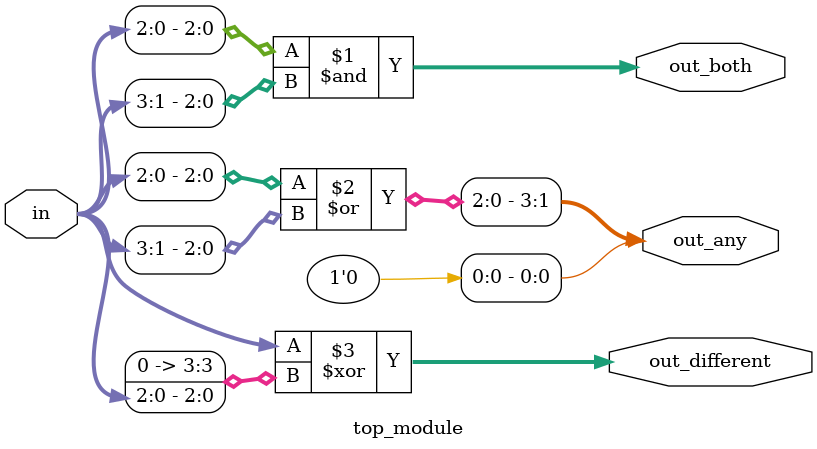
<source format=sv>
module top_module (
	input [3:0] in,
	output [2:0] out_both,
	output [3:0] out_any,
	output [3:0] out_different
);

	assign out_both = in[2:0] & in[3:1];
	assign out_any = {in[2:0] | in[3:1], 1'b0};
	assign out_different = in ^ {in[2:1], in[0]};

endmodule

</source>
